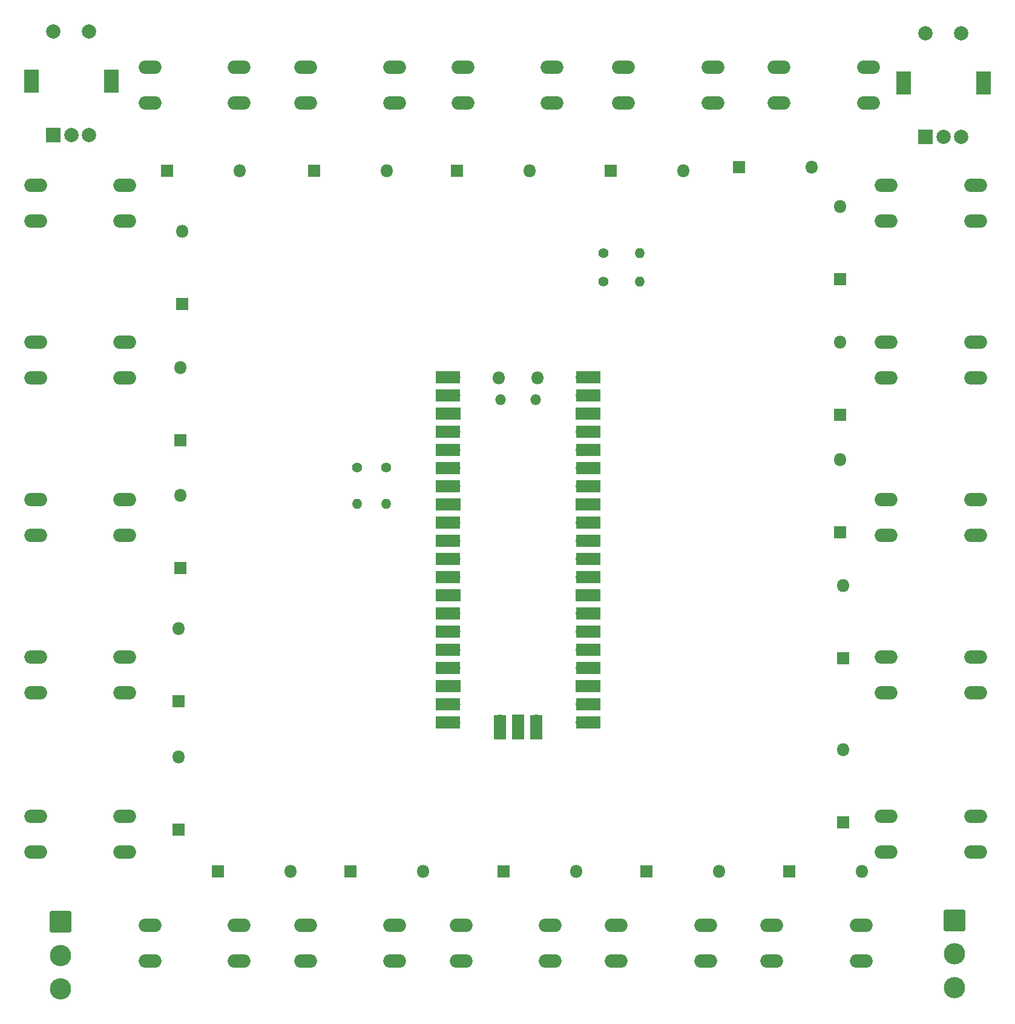
<source format=gbs>
G04 #@! TF.GenerationSoftware,KiCad,Pcbnew,8.0.3*
G04 #@! TF.CreationDate,2024-07-18T12:32:46+02:00*
G04 #@! TF.ProjectId,MFD,4d46442e-6b69-4636-9164-5f7063625858,1.0*
G04 #@! TF.SameCoordinates,Original*
G04 #@! TF.FileFunction,Soldermask,Bot*
G04 #@! TF.FilePolarity,Negative*
%FSLAX46Y46*%
G04 Gerber Fmt 4.6, Leading zero omitted, Abs format (unit mm)*
G04 Created by KiCad (PCBNEW 8.0.3) date 2024-07-18 12:32:46*
%MOMM*%
%LPD*%
G01*
G04 APERTURE LIST*
G04 Aperture macros list*
%AMRoundRect*
0 Rectangle with rounded corners*
0 $1 Rounding radius*
0 $2 $3 $4 $5 $6 $7 $8 $9 X,Y pos of 4 corners*
0 Add a 4 corners polygon primitive as box body*
4,1,4,$2,$3,$4,$5,$6,$7,$8,$9,$2,$3,0*
0 Add four circle primitives for the rounded corners*
1,1,$1+$1,$2,$3*
1,1,$1+$1,$4,$5*
1,1,$1+$1,$6,$7*
1,1,$1+$1,$8,$9*
0 Add four rect primitives between the rounded corners*
20,1,$1+$1,$2,$3,$4,$5,0*
20,1,$1+$1,$4,$5,$6,$7,0*
20,1,$1+$1,$6,$7,$8,$9,0*
20,1,$1+$1,$8,$9,$2,$3,0*%
G04 Aperture macros list end*
%ADD10R,1.800000X1.800000*%
%ADD11O,1.800000X1.800000*%
%ADD12O,3.200000X1.900000*%
%ADD13C,1.400000*%
%ADD14O,1.400000X1.400000*%
%ADD15R,2.000000X2.000000*%
%ADD16C,2.000000*%
%ADD17R,2.000000X3.200000*%
%ADD18RoundRect,0.102000X-1.387500X-1.387500X1.387500X-1.387500X1.387500X1.387500X-1.387500X1.387500X0*%
%ADD19C,2.979000*%
%ADD20O,1.500000X1.500000*%
%ADD21O,1.700000X1.700000*%
%ADD22R,3.500000X1.700000*%
%ADD23R,1.700000X1.700000*%
%ADD24R,1.700000X3.500000*%
G04 APERTURE END LIST*
D10*
X156500000Y-92080000D03*
D11*
X156500000Y-81920000D03*
D10*
X64000000Y-115660000D03*
D11*
X64000000Y-105500000D03*
D12*
X116000000Y-152000000D03*
X103500000Y-152000000D03*
X116000000Y-147000000D03*
X103500000Y-147000000D03*
X163000000Y-131750000D03*
X175500000Y-131750000D03*
X163000000Y-136750000D03*
X175500000Y-136750000D03*
D10*
X88000000Y-139500000D03*
D11*
X98160000Y-139500000D03*
D12*
X163000000Y-87500000D03*
X175500000Y-87500000D03*
X163000000Y-92500000D03*
X175500000Y-92500000D03*
D13*
X89000000Y-82960000D03*
D14*
X89000000Y-88040000D03*
D12*
X148000000Y-27000000D03*
X160500000Y-27000000D03*
X148000000Y-32000000D03*
X160500000Y-32000000D03*
X163000000Y-43500000D03*
X175500000Y-43500000D03*
X163000000Y-48500000D03*
X175500000Y-48500000D03*
X94250000Y-152000000D03*
X81750000Y-152000000D03*
X94250000Y-147000000D03*
X81750000Y-147000000D03*
X44000000Y-43500000D03*
X56500000Y-43500000D03*
X44000000Y-48500000D03*
X56500000Y-48500000D03*
D10*
X149420000Y-139500000D03*
D11*
X159580000Y-139500000D03*
D13*
X123460000Y-57000000D03*
D14*
X128540000Y-57000000D03*
D12*
X163000000Y-109500000D03*
X175500000Y-109500000D03*
X163000000Y-114500000D03*
X175500000Y-114500000D03*
D10*
X156500000Y-56660000D03*
D11*
X156500000Y-46500000D03*
D10*
X69500000Y-139500000D03*
D11*
X79660000Y-139500000D03*
D10*
X157000000Y-132580000D03*
D11*
X157000000Y-122420000D03*
D12*
X163000000Y-65500000D03*
X175500000Y-65500000D03*
X163000000Y-70500000D03*
X175500000Y-70500000D03*
D15*
X46500000Y-36500000D03*
D16*
X51500000Y-36500000D03*
X49000000Y-36500000D03*
D17*
X43400000Y-29000000D03*
X54600000Y-29000000D03*
D16*
X51500000Y-22000000D03*
X46500000Y-22000000D03*
D10*
X109500000Y-139500000D03*
D11*
X119660000Y-139500000D03*
D13*
X93000000Y-83000000D03*
D14*
X93000000Y-88080000D03*
D10*
X102920000Y-41500000D03*
D11*
X113080000Y-41500000D03*
D10*
X62420000Y-41500000D03*
D11*
X72580000Y-41500000D03*
D12*
X44000000Y-65500000D03*
X56500000Y-65500000D03*
X44000000Y-70500000D03*
X56500000Y-70500000D03*
D18*
X172500000Y-146300000D03*
D19*
X172500000Y-151000000D03*
X172500000Y-155700000D03*
D12*
X126250000Y-27000000D03*
X138750000Y-27000000D03*
X126250000Y-32000000D03*
X138750000Y-32000000D03*
D10*
X64250000Y-79160000D03*
D11*
X64250000Y-69000000D03*
D10*
X157000000Y-109660000D03*
D11*
X157000000Y-99500000D03*
D10*
X156500000Y-75660000D03*
D11*
X156500000Y-65500000D03*
D10*
X82920000Y-41500000D03*
D11*
X93080000Y-41500000D03*
D10*
X129420000Y-139500000D03*
D11*
X139580000Y-139500000D03*
D15*
X168500000Y-36750000D03*
D16*
X173500000Y-36750000D03*
X171000000Y-36750000D03*
D17*
X165400000Y-29250000D03*
X176600000Y-29250000D03*
D16*
X173500000Y-22250000D03*
X168500000Y-22250000D03*
D12*
X60000000Y-27000000D03*
X72500000Y-27000000D03*
X60000000Y-32000000D03*
X72500000Y-32000000D03*
X44000000Y-109500000D03*
X56500000Y-109500000D03*
X44000000Y-114500000D03*
X56500000Y-114500000D03*
X159500000Y-152000000D03*
X147000000Y-152000000D03*
X159500000Y-147000000D03*
X147000000Y-147000000D03*
X72500000Y-152000000D03*
X60000000Y-152000000D03*
X72500000Y-147000000D03*
X60000000Y-147000000D03*
D10*
X142420000Y-41000000D03*
D11*
X152580000Y-41000000D03*
D12*
X103750000Y-27000000D03*
X116250000Y-27000000D03*
X103750000Y-32000000D03*
X116250000Y-32000000D03*
X44000000Y-131750000D03*
X56500000Y-131750000D03*
X44000000Y-136750000D03*
X56500000Y-136750000D03*
D10*
X64250000Y-97080000D03*
D11*
X64250000Y-86920000D03*
D18*
X47500000Y-146500000D03*
D19*
X47500000Y-151200000D03*
X47500000Y-155900000D03*
D12*
X81750000Y-27000000D03*
X94250000Y-27000000D03*
X81750000Y-32000000D03*
X94250000Y-32000000D03*
X137750000Y-152000000D03*
X125250000Y-152000000D03*
X137750000Y-147000000D03*
X125250000Y-147000000D03*
D13*
X123460000Y-53000000D03*
D14*
X128540000Y-53000000D03*
D10*
X64500000Y-60160000D03*
D11*
X64500000Y-50000000D03*
D10*
X64000000Y-133660000D03*
D11*
X64000000Y-123500000D03*
D10*
X124420000Y-41500000D03*
D11*
X134580000Y-41500000D03*
D12*
X44000000Y-87500000D03*
X56500000Y-87500000D03*
X44000000Y-92500000D03*
X56500000Y-92500000D03*
D11*
X114225000Y-70500000D03*
D20*
X113925000Y-73530000D03*
X109075000Y-73530000D03*
D11*
X108775000Y-70500000D03*
D21*
X120390000Y-70370000D03*
D22*
X121290000Y-70370000D03*
D21*
X120390000Y-72910000D03*
D22*
X121290000Y-72910000D03*
D23*
X120390000Y-75450000D03*
D22*
X121290000Y-75450000D03*
D21*
X120390000Y-77990000D03*
D22*
X121290000Y-77990000D03*
D21*
X120390000Y-80530000D03*
D22*
X121290000Y-80530000D03*
D21*
X120390000Y-83070000D03*
D22*
X121290000Y-83070000D03*
D21*
X120390000Y-85610000D03*
D22*
X121290000Y-85610000D03*
D23*
X120390000Y-88150000D03*
D22*
X121290000Y-88150000D03*
D21*
X120390000Y-90690000D03*
D22*
X121290000Y-90690000D03*
D21*
X120390000Y-93230000D03*
D22*
X121290000Y-93230000D03*
D21*
X120390000Y-95770000D03*
D22*
X121290000Y-95770000D03*
D21*
X120390000Y-98310000D03*
D22*
X121290000Y-98310000D03*
D23*
X120390000Y-100850000D03*
D22*
X121290000Y-100850000D03*
D21*
X120390000Y-103390000D03*
D22*
X121290000Y-103390000D03*
D21*
X120390000Y-105930000D03*
D22*
X121290000Y-105930000D03*
D21*
X120390000Y-108470000D03*
D22*
X121290000Y-108470000D03*
D21*
X120390000Y-111010000D03*
D22*
X121290000Y-111010000D03*
D23*
X120390000Y-113550000D03*
D22*
X121290000Y-113550000D03*
D21*
X120390000Y-116090000D03*
D22*
X121290000Y-116090000D03*
D21*
X120390000Y-118630000D03*
D22*
X121290000Y-118630000D03*
D21*
X102610000Y-118630000D03*
D22*
X101710000Y-118630000D03*
D21*
X102610000Y-116090000D03*
D22*
X101710000Y-116090000D03*
D23*
X102610000Y-113550000D03*
D22*
X101710000Y-113550000D03*
D21*
X102610000Y-111010000D03*
D22*
X101710000Y-111010000D03*
D21*
X102610000Y-108470000D03*
D22*
X101710000Y-108470000D03*
D21*
X102610000Y-105930000D03*
D22*
X101710000Y-105930000D03*
D21*
X102610000Y-103390000D03*
D22*
X101710000Y-103390000D03*
D23*
X102610000Y-100850000D03*
D22*
X101710000Y-100850000D03*
D21*
X102610000Y-98310000D03*
D22*
X101710000Y-98310000D03*
D21*
X102610000Y-95770000D03*
D22*
X101710000Y-95770000D03*
D21*
X102610000Y-93230000D03*
D22*
X101710000Y-93230000D03*
D21*
X102610000Y-90690000D03*
D22*
X101710000Y-90690000D03*
D23*
X102610000Y-88150000D03*
D22*
X101710000Y-88150000D03*
D21*
X102610000Y-85610000D03*
D22*
X101710000Y-85610000D03*
D21*
X102610000Y-83070000D03*
D22*
X101710000Y-83070000D03*
D21*
X102610000Y-80530000D03*
D22*
X101710000Y-80530000D03*
D21*
X102610000Y-77990000D03*
D22*
X101710000Y-77990000D03*
D23*
X102610000Y-75450000D03*
D22*
X101710000Y-75450000D03*
D21*
X102610000Y-72910000D03*
D22*
X101710000Y-72910000D03*
D21*
X102610000Y-70370000D03*
D22*
X101710000Y-70370000D03*
D21*
X114040000Y-118400000D03*
D24*
X114040000Y-119300000D03*
D23*
X111500000Y-118400000D03*
D24*
X111500000Y-119300000D03*
D21*
X108960000Y-118400000D03*
D24*
X108960000Y-119300000D03*
M02*

</source>
